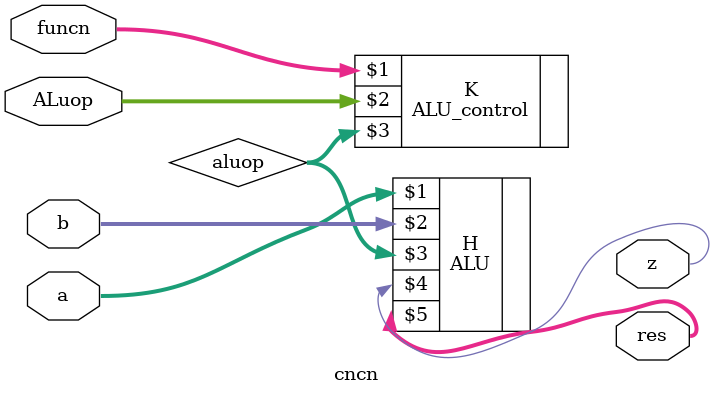
<source format=v>
`timescale 1ns / 1ps



module cncn(a,b,ALuop,funcn,res,z


    );
    input [7:0]a,b;
    output [7:0]res;
    input [1:0]ALuop;
    input [3:0]funcn;
    output z;
    wire  [3:0]aluop;
    
    ALU_control K(funcn ,ALuop,aluop);
    ALU H(a,b,aluop,z,res);
    
        
    
    
endmodule

</source>
